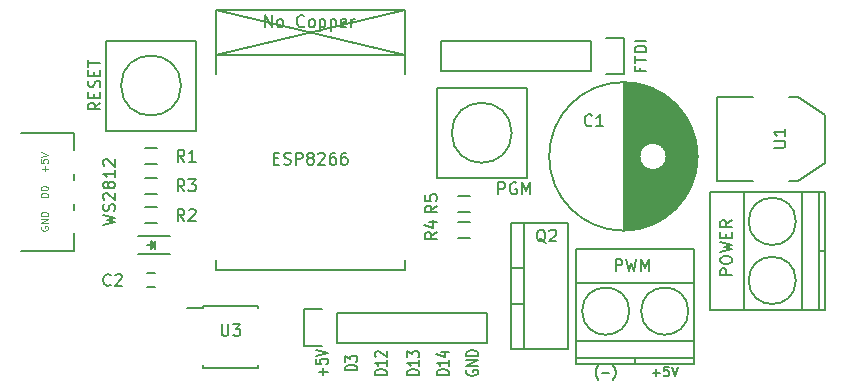
<source format=gto>
G04 #@! TF.FileFunction,Legend,Top*
%FSLAX46Y46*%
G04 Gerber Fmt 4.6, Leading zero omitted, Abs format (unit mm)*
G04 Created by KiCad (PCBNEW 4.0.2-stable) date Tuesday, November 01, 2016 'pmt' 12:33:55 pm*
%MOMM*%
G01*
G04 APERTURE LIST*
%ADD10C,0.100000*%
%ADD11C,0.150000*%
%ADD12C,0.152400*%
%ADD13C,0.120000*%
G04 APERTURE END LIST*
D10*
D11*
X88904762Y-47178571D02*
X89238096Y-47178571D01*
X89380953Y-47702381D02*
X88904762Y-47702381D01*
X88904762Y-46702381D01*
X89380953Y-46702381D01*
X89761905Y-47654762D02*
X89904762Y-47702381D01*
X90142858Y-47702381D01*
X90238096Y-47654762D01*
X90285715Y-47607143D01*
X90333334Y-47511905D01*
X90333334Y-47416667D01*
X90285715Y-47321429D01*
X90238096Y-47273810D01*
X90142858Y-47226190D01*
X89952381Y-47178571D01*
X89857143Y-47130952D01*
X89809524Y-47083333D01*
X89761905Y-46988095D01*
X89761905Y-46892857D01*
X89809524Y-46797619D01*
X89857143Y-46750000D01*
X89952381Y-46702381D01*
X90190477Y-46702381D01*
X90333334Y-46750000D01*
X90761905Y-47702381D02*
X90761905Y-46702381D01*
X91142858Y-46702381D01*
X91238096Y-46750000D01*
X91285715Y-46797619D01*
X91333334Y-46892857D01*
X91333334Y-47035714D01*
X91285715Y-47130952D01*
X91238096Y-47178571D01*
X91142858Y-47226190D01*
X90761905Y-47226190D01*
X91904762Y-47130952D02*
X91809524Y-47083333D01*
X91761905Y-47035714D01*
X91714286Y-46940476D01*
X91714286Y-46892857D01*
X91761905Y-46797619D01*
X91809524Y-46750000D01*
X91904762Y-46702381D01*
X92095239Y-46702381D01*
X92190477Y-46750000D01*
X92238096Y-46797619D01*
X92285715Y-46892857D01*
X92285715Y-46940476D01*
X92238096Y-47035714D01*
X92190477Y-47083333D01*
X92095239Y-47130952D01*
X91904762Y-47130952D01*
X91809524Y-47178571D01*
X91761905Y-47226190D01*
X91714286Y-47321429D01*
X91714286Y-47511905D01*
X91761905Y-47607143D01*
X91809524Y-47654762D01*
X91904762Y-47702381D01*
X92095239Y-47702381D01*
X92190477Y-47654762D01*
X92238096Y-47607143D01*
X92285715Y-47511905D01*
X92285715Y-47321429D01*
X92238096Y-47226190D01*
X92190477Y-47178571D01*
X92095239Y-47130952D01*
X92666667Y-46797619D02*
X92714286Y-46750000D01*
X92809524Y-46702381D01*
X93047620Y-46702381D01*
X93142858Y-46750000D01*
X93190477Y-46797619D01*
X93238096Y-46892857D01*
X93238096Y-46988095D01*
X93190477Y-47130952D01*
X92619048Y-47702381D01*
X93238096Y-47702381D01*
X94095239Y-46702381D02*
X93904762Y-46702381D01*
X93809524Y-46750000D01*
X93761905Y-46797619D01*
X93666667Y-46940476D01*
X93619048Y-47130952D01*
X93619048Y-47511905D01*
X93666667Y-47607143D01*
X93714286Y-47654762D01*
X93809524Y-47702381D01*
X94000001Y-47702381D01*
X94095239Y-47654762D01*
X94142858Y-47607143D01*
X94190477Y-47511905D01*
X94190477Y-47273810D01*
X94142858Y-47178571D01*
X94095239Y-47130952D01*
X94000001Y-47083333D01*
X93809524Y-47083333D01*
X93714286Y-47130952D01*
X93666667Y-47178571D01*
X93619048Y-47273810D01*
X95047620Y-46702381D02*
X94857143Y-46702381D01*
X94761905Y-46750000D01*
X94714286Y-46797619D01*
X94619048Y-46940476D01*
X94571429Y-47130952D01*
X94571429Y-47511905D01*
X94619048Y-47607143D01*
X94666667Y-47654762D01*
X94761905Y-47702381D01*
X94952382Y-47702381D01*
X95047620Y-47654762D01*
X95095239Y-47607143D01*
X95142858Y-47511905D01*
X95142858Y-47273810D01*
X95095239Y-47178571D01*
X95047620Y-47130952D01*
X94952382Y-47083333D01*
X94761905Y-47083333D01*
X94666667Y-47130952D01*
X94619048Y-47178571D01*
X94571429Y-47273810D01*
X116390477Y-65916667D02*
X116352381Y-65878571D01*
X116276191Y-65764286D01*
X116238096Y-65688095D01*
X116200000Y-65573810D01*
X116161905Y-65383333D01*
X116161905Y-65230952D01*
X116200000Y-65040476D01*
X116238096Y-64926190D01*
X116276191Y-64850000D01*
X116352381Y-64735714D01*
X116390477Y-64697619D01*
X116695238Y-65307143D02*
X117304762Y-65307143D01*
X117609524Y-65916667D02*
X117647619Y-65878571D01*
X117723809Y-65764286D01*
X117761905Y-65688095D01*
X117800000Y-65573810D01*
X117838095Y-65383333D01*
X117838095Y-65230952D01*
X117800000Y-65040476D01*
X117761905Y-64926190D01*
X117723809Y-64850000D01*
X117647619Y-64735714D01*
X117609524Y-64697619D01*
X120971429Y-65307143D02*
X121580953Y-65307143D01*
X121276191Y-65611905D02*
X121276191Y-65002381D01*
X122342858Y-64811905D02*
X121961905Y-64811905D01*
X121923810Y-65192857D01*
X121961905Y-65154762D01*
X122038096Y-65116667D01*
X122228572Y-65116667D01*
X122304762Y-65154762D01*
X122342858Y-65192857D01*
X122380953Y-65269048D01*
X122380953Y-65459524D01*
X122342858Y-65535714D01*
X122304762Y-65573810D01*
X122228572Y-65611905D01*
X122038096Y-65611905D01*
X121961905Y-65573810D01*
X121923810Y-65535714D01*
X122609524Y-64811905D02*
X122876191Y-65611905D01*
X123142858Y-64811905D01*
X105250000Y-65109523D02*
X105202381Y-65185714D01*
X105202381Y-65299999D01*
X105250000Y-65414285D01*
X105345238Y-65490476D01*
X105440476Y-65528571D01*
X105630952Y-65566666D01*
X105773810Y-65566666D01*
X105964286Y-65528571D01*
X106059524Y-65490476D01*
X106154762Y-65414285D01*
X106202381Y-65299999D01*
X106202381Y-65223809D01*
X106154762Y-65109523D01*
X106107143Y-65071428D01*
X105773810Y-65071428D01*
X105773810Y-65223809D01*
X106202381Y-64728571D02*
X105202381Y-64728571D01*
X106202381Y-64271428D01*
X105202381Y-64271428D01*
X106202381Y-63890476D02*
X105202381Y-63890476D01*
X105202381Y-63700000D01*
X105250000Y-63585714D01*
X105345238Y-63509523D01*
X105440476Y-63471428D01*
X105630952Y-63433333D01*
X105773810Y-63433333D01*
X105964286Y-63471428D01*
X106059524Y-63509523D01*
X106154762Y-63585714D01*
X106202381Y-63700000D01*
X106202381Y-63890476D01*
X103702381Y-65471429D02*
X102702381Y-65471429D01*
X102702381Y-65280953D01*
X102750000Y-65166667D01*
X102845238Y-65090476D01*
X102940476Y-65052381D01*
X103130952Y-65014286D01*
X103273810Y-65014286D01*
X103464286Y-65052381D01*
X103559524Y-65090476D01*
X103654762Y-65166667D01*
X103702381Y-65280953D01*
X103702381Y-65471429D01*
X103702381Y-64252381D02*
X103702381Y-64709524D01*
X103702381Y-64480953D02*
X102702381Y-64480953D01*
X102845238Y-64557143D01*
X102940476Y-64633334D01*
X102988095Y-64709524D01*
X103035714Y-63566667D02*
X103702381Y-63566667D01*
X102654762Y-63757143D02*
X103369048Y-63947619D01*
X103369048Y-63452381D01*
X101202381Y-65471429D02*
X100202381Y-65471429D01*
X100202381Y-65280953D01*
X100250000Y-65166667D01*
X100345238Y-65090476D01*
X100440476Y-65052381D01*
X100630952Y-65014286D01*
X100773810Y-65014286D01*
X100964286Y-65052381D01*
X101059524Y-65090476D01*
X101154762Y-65166667D01*
X101202381Y-65280953D01*
X101202381Y-65471429D01*
X101202381Y-64252381D02*
X101202381Y-64709524D01*
X101202381Y-64480953D02*
X100202381Y-64480953D01*
X100345238Y-64557143D01*
X100440476Y-64633334D01*
X100488095Y-64709524D01*
X100202381Y-63985714D02*
X100202381Y-63490476D01*
X100583333Y-63757143D01*
X100583333Y-63642857D01*
X100630952Y-63566667D01*
X100678571Y-63528571D01*
X100773810Y-63490476D01*
X101011905Y-63490476D01*
X101107143Y-63528571D01*
X101154762Y-63566667D01*
X101202381Y-63642857D01*
X101202381Y-63871429D01*
X101154762Y-63947619D01*
X101107143Y-63985714D01*
X98452381Y-65471429D02*
X97452381Y-65471429D01*
X97452381Y-65280953D01*
X97500000Y-65166667D01*
X97595238Y-65090476D01*
X97690476Y-65052381D01*
X97880952Y-65014286D01*
X98023810Y-65014286D01*
X98214286Y-65052381D01*
X98309524Y-65090476D01*
X98404762Y-65166667D01*
X98452381Y-65280953D01*
X98452381Y-65471429D01*
X98452381Y-64252381D02*
X98452381Y-64709524D01*
X98452381Y-64480953D02*
X97452381Y-64480953D01*
X97595238Y-64557143D01*
X97690476Y-64633334D01*
X97738095Y-64709524D01*
X97547619Y-63947619D02*
X97500000Y-63909524D01*
X97452381Y-63833333D01*
X97452381Y-63642857D01*
X97500000Y-63566667D01*
X97547619Y-63528571D01*
X97642857Y-63490476D01*
X97738095Y-63490476D01*
X97880952Y-63528571D01*
X98452381Y-63985714D01*
X98452381Y-63490476D01*
X95952381Y-65090476D02*
X94952381Y-65090476D01*
X94952381Y-64900000D01*
X95000000Y-64785714D01*
X95095238Y-64709523D01*
X95190476Y-64671428D01*
X95380952Y-64633333D01*
X95523810Y-64633333D01*
X95714286Y-64671428D01*
X95809524Y-64709523D01*
X95904762Y-64785714D01*
X95952381Y-64900000D01*
X95952381Y-65090476D01*
X94952381Y-64366666D02*
X94952381Y-63871428D01*
X95333333Y-64138095D01*
X95333333Y-64023809D01*
X95380952Y-63947619D01*
X95428571Y-63909523D01*
X95523810Y-63871428D01*
X95761905Y-63871428D01*
X95857143Y-63909523D01*
X95904762Y-63947619D01*
X95952381Y-64023809D01*
X95952381Y-64252381D01*
X95904762Y-64328571D01*
X95857143Y-64366666D01*
X93071429Y-65528571D02*
X93071429Y-64919047D01*
X93452381Y-65223809D02*
X92690476Y-65223809D01*
X92452381Y-64157142D02*
X92452381Y-64538095D01*
X92928571Y-64576190D01*
X92880952Y-64538095D01*
X92833333Y-64461904D01*
X92833333Y-64271428D01*
X92880952Y-64195238D01*
X92928571Y-64157142D01*
X93023810Y-64119047D01*
X93261905Y-64119047D01*
X93357143Y-64157142D01*
X93404762Y-64195238D01*
X93452381Y-64271428D01*
X93452381Y-64461904D01*
X93404762Y-64538095D01*
X93357143Y-64576190D01*
X92452381Y-63890476D02*
X93452381Y-63623809D01*
X92452381Y-63357142D01*
D12*
X84000000Y-34600000D02*
X100000000Y-34600000D01*
X100000000Y-34600000D02*
X100000000Y-40000000D01*
X84000000Y-34600000D02*
X84000000Y-40000000D01*
X84000000Y-55800000D02*
X84000000Y-56600000D01*
X84000000Y-56600000D02*
X100000000Y-56600000D01*
X100000000Y-56600000D02*
X100000000Y-55800000D01*
X100000000Y-34600000D02*
X84000000Y-38400000D01*
X84000000Y-34600000D02*
X100000000Y-38400000D01*
X83992000Y-38400000D02*
X99992000Y-38400000D01*
D11*
X118575000Y-40750000D02*
X118575000Y-53250000D01*
X118715000Y-40754000D02*
X118715000Y-53246000D01*
X118855000Y-40760000D02*
X118855000Y-53240000D01*
X118995000Y-40770000D02*
X118995000Y-53230000D01*
X119135000Y-40782000D02*
X119135000Y-53218000D01*
X119275000Y-40798000D02*
X119275000Y-53202000D01*
X119415000Y-40817000D02*
X119415000Y-53183000D01*
X119555000Y-40840000D02*
X119555000Y-53160000D01*
X119695000Y-40865000D02*
X119695000Y-53135000D01*
X119835000Y-40894000D02*
X119835000Y-53106000D01*
X119975000Y-40927000D02*
X119975000Y-46479000D01*
X119975000Y-47521000D02*
X119975000Y-53073000D01*
X120115000Y-40962000D02*
X120115000Y-46266000D01*
X120115000Y-47734000D02*
X120115000Y-53038000D01*
X120255000Y-41001000D02*
X120255000Y-46124000D01*
X120255000Y-47876000D02*
X120255000Y-52999000D01*
X120395000Y-41044000D02*
X120395000Y-46022000D01*
X120395000Y-47978000D02*
X120395000Y-52956000D01*
X120535000Y-41091000D02*
X120535000Y-45948000D01*
X120535000Y-48052000D02*
X120535000Y-52909000D01*
X120675000Y-41141000D02*
X120675000Y-45897000D01*
X120675000Y-48103000D02*
X120675000Y-52859000D01*
X120815000Y-41195000D02*
X120815000Y-45865000D01*
X120815000Y-48135000D02*
X120815000Y-52805000D01*
X120955000Y-41252000D02*
X120955000Y-45851000D01*
X120955000Y-48149000D02*
X120955000Y-52748000D01*
X121095000Y-41314000D02*
X121095000Y-45854000D01*
X121095000Y-48146000D02*
X121095000Y-52686000D01*
X121235000Y-41380000D02*
X121235000Y-45874000D01*
X121235000Y-48126000D02*
X121235000Y-52620000D01*
X121375000Y-41451000D02*
X121375000Y-45913000D01*
X121375000Y-48087000D02*
X121375000Y-52549000D01*
X121515000Y-41525000D02*
X121515000Y-45972000D01*
X121515000Y-48028000D02*
X121515000Y-52475000D01*
X121655000Y-41605000D02*
X121655000Y-46055000D01*
X121655000Y-47945000D02*
X121655000Y-52395000D01*
X121795000Y-41689000D02*
X121795000Y-46169000D01*
X121795000Y-47831000D02*
X121795000Y-52311000D01*
X121935000Y-41779000D02*
X121935000Y-46330000D01*
X121935000Y-47670000D02*
X121935000Y-52221000D01*
X122075000Y-41873000D02*
X122075000Y-46591000D01*
X122075000Y-47409000D02*
X122075000Y-52127000D01*
X122215000Y-41974000D02*
X122215000Y-52026000D01*
X122355000Y-42081000D02*
X122355000Y-51919000D01*
X122495000Y-42193000D02*
X122495000Y-51807000D01*
X122635000Y-42313000D02*
X122635000Y-51687000D01*
X122775000Y-42441000D02*
X122775000Y-51559000D01*
X122915000Y-42576000D02*
X122915000Y-51424000D01*
X123055000Y-42720000D02*
X123055000Y-51280000D01*
X123195000Y-42875000D02*
X123195000Y-51125000D01*
X123335000Y-43040000D02*
X123335000Y-50960000D01*
X123475000Y-43217000D02*
X123475000Y-50783000D01*
X123615000Y-43408000D02*
X123615000Y-50592000D01*
X123755000Y-43617000D02*
X123755000Y-50383000D01*
X123895000Y-43845000D02*
X123895000Y-50155000D01*
X124035000Y-44097000D02*
X124035000Y-49903000D01*
X124175000Y-44381000D02*
X124175000Y-49619000D01*
X124315000Y-44709000D02*
X124315000Y-49291000D01*
X124455000Y-45103000D02*
X124455000Y-48897000D01*
X124595000Y-45617000D02*
X124595000Y-48383000D01*
X124735000Y-46567000D02*
X124735000Y-47433000D01*
X122150000Y-47000000D02*
G75*
G03X122150000Y-47000000I-1150000J0D01*
G01*
X124787500Y-47000000D02*
G75*
G03X124787500Y-47000000I-6287500J0D01*
G01*
X78150000Y-56900000D02*
X78850000Y-56900000D01*
X78850000Y-58100000D02*
X78150000Y-58100000D01*
X80100000Y-53750000D02*
X77400000Y-53750000D01*
X80100000Y-55250000D02*
X77400000Y-55250000D01*
X78600000Y-54350000D02*
X78600000Y-54600000D01*
X78600000Y-54600000D02*
X78750000Y-54450000D01*
X78850000Y-54850000D02*
X78850000Y-54150000D01*
X78500000Y-54500000D02*
X78150000Y-54500000D01*
X78850000Y-54500000D02*
X78500000Y-54850000D01*
X78500000Y-54850000D02*
X78500000Y-54150000D01*
X78500000Y-54150000D02*
X78850000Y-54500000D01*
X135100000Y-55000000D02*
X135600000Y-55000000D01*
X133100000Y-52500000D02*
G75*
G03X133100000Y-52500000I-2000000J0D01*
G01*
X133100000Y-57500000D02*
G75*
G03X133100000Y-57500000I-2000000J0D01*
G01*
X133600000Y-60000000D02*
X133600000Y-50000000D01*
X128700000Y-60000000D02*
X128700000Y-50000000D01*
X135100000Y-60000000D02*
X135100000Y-50000000D01*
X135600000Y-60000000D02*
X135600000Y-50000000D01*
X135600000Y-50000000D02*
X125800000Y-50000000D01*
X125800000Y-50000000D02*
X125800000Y-60000000D01*
X125800000Y-60000000D02*
X135600000Y-60000000D01*
X72000000Y-45000000D02*
X72000000Y-46500000D01*
X72000000Y-45000000D02*
X67500000Y-45000000D01*
X72000000Y-46500000D02*
X72000000Y-45000000D01*
X72000000Y-55000000D02*
X67500000Y-55000000D01*
X69000000Y-55000000D02*
X72000000Y-55000000D01*
X72000000Y-55000000D02*
X72000000Y-53500000D01*
X72000000Y-51000000D02*
X72000000Y-51500000D01*
X72000000Y-49000000D02*
X72000000Y-48500000D01*
X115730000Y-39770000D02*
X103030000Y-39770000D01*
X103030000Y-39770000D02*
X103030000Y-37230000D01*
X103030000Y-37230000D02*
X115730000Y-37230000D01*
X118550000Y-40050000D02*
X117000000Y-40050000D01*
X115730000Y-39770000D02*
X115730000Y-37230000D01*
X117000000Y-36950000D02*
X118550000Y-36950000D01*
X118550000Y-36950000D02*
X118550000Y-40050000D01*
X94270000Y-60230000D02*
X106970000Y-60230000D01*
X106970000Y-60230000D02*
X106970000Y-62770000D01*
X106970000Y-62770000D02*
X94270000Y-62770000D01*
X91450000Y-59950000D02*
X93000000Y-59950000D01*
X94270000Y-60230000D02*
X94270000Y-62770000D01*
X93000000Y-63050000D02*
X91450000Y-63050000D01*
X91450000Y-63050000D02*
X91450000Y-59950000D01*
X119500000Y-64100000D02*
X119500000Y-64600000D01*
X124000000Y-60100000D02*
G75*
G03X124000000Y-60100000I-2000000J0D01*
G01*
X119000000Y-60100000D02*
G75*
G03X119000000Y-60100000I-2000000J0D01*
G01*
X114500000Y-62600000D02*
X124500000Y-62600000D01*
X114500000Y-57700000D02*
X124500000Y-57700000D01*
X114500000Y-64100000D02*
X124500000Y-64100000D01*
X114500000Y-64600000D02*
X124500000Y-64600000D01*
X124500000Y-64600000D02*
X124500000Y-54800000D01*
X124500000Y-54800000D02*
X114500000Y-54800000D01*
X114500000Y-54800000D02*
X114500000Y-64600000D01*
X108952000Y-59524000D02*
X110095000Y-59524000D01*
X108952000Y-56476000D02*
X110095000Y-56476000D01*
X110095000Y-52666000D02*
X113778000Y-52666000D01*
X113778000Y-52666000D02*
X113778000Y-63334000D01*
X113778000Y-63334000D02*
X110095000Y-63334000D01*
X108952000Y-52666000D02*
X110095000Y-52666000D01*
X110095000Y-52666000D02*
X110095000Y-63334000D01*
X110095000Y-63334000D02*
X108952000Y-63334000D01*
X108952000Y-58000000D02*
X108952000Y-63334000D01*
X108952000Y-58000000D02*
X108952000Y-52666000D01*
X78000000Y-46325000D02*
X79000000Y-46325000D01*
X79000000Y-47675000D02*
X78000000Y-47675000D01*
X78000000Y-48825000D02*
X79000000Y-48825000D01*
X79000000Y-50175000D02*
X78000000Y-50175000D01*
X79000000Y-52675000D02*
X78000000Y-52675000D01*
X78000000Y-51325000D02*
X79000000Y-51325000D01*
X104500000Y-52575000D02*
X105500000Y-52575000D01*
X105500000Y-53925000D02*
X104500000Y-53925000D01*
X104500000Y-50325000D02*
X105500000Y-50325000D01*
X105500000Y-51675000D02*
X104500000Y-51675000D01*
X81040000Y-41000000D02*
G75*
G03X81040000Y-41000000I-2540000J0D01*
G01*
X82310000Y-37190000D02*
X82310000Y-44810000D01*
X82310000Y-44810000D02*
X74690000Y-44810000D01*
X74690000Y-44810000D02*
X74690000Y-37190000D01*
X82310000Y-37190000D02*
X74690000Y-37190000D01*
X109040000Y-45000000D02*
G75*
G03X109040000Y-45000000I-2540000J0D01*
G01*
X102690000Y-41190000D02*
X110310000Y-41190000D01*
X110310000Y-41190000D02*
X110310000Y-48810000D01*
X110310000Y-48810000D02*
X102690000Y-48810000D01*
X102690000Y-41190000D02*
X102690000Y-48810000D01*
X129476000Y-41944000D02*
X126428000Y-41944000D01*
X126428000Y-41944000D02*
X126428000Y-49056000D01*
X126428000Y-49056000D02*
X129476000Y-49056000D01*
X132524000Y-41944000D02*
X133286000Y-41944000D01*
X133286000Y-41944000D02*
X135572000Y-43468000D01*
X135572000Y-43468000D02*
X135572000Y-47532000D01*
X135572000Y-47532000D02*
X133286000Y-49056000D01*
X133286000Y-49056000D02*
X132524000Y-49056000D01*
X82925000Y-59625000D02*
X82925000Y-59850000D01*
X87575000Y-59625000D02*
X87575000Y-59850000D01*
X87575000Y-64875000D02*
X87575000Y-64650000D01*
X82925000Y-64875000D02*
X82925000Y-64650000D01*
X82925000Y-59625000D02*
X87575000Y-59625000D01*
X82925000Y-64875000D02*
X87575000Y-64875000D01*
X82925000Y-59850000D02*
X81575000Y-59850000D01*
X88177714Y-36052381D02*
X88177714Y-35052381D01*
X88749143Y-36052381D01*
X88749143Y-35052381D01*
X89368190Y-36052381D02*
X89272952Y-36004762D01*
X89225333Y-35957143D01*
X89177714Y-35861905D01*
X89177714Y-35576190D01*
X89225333Y-35480952D01*
X89272952Y-35433333D01*
X89368190Y-35385714D01*
X89511048Y-35385714D01*
X89606286Y-35433333D01*
X89653905Y-35480952D01*
X89701524Y-35576190D01*
X89701524Y-35861905D01*
X89653905Y-35957143D01*
X89606286Y-36004762D01*
X89511048Y-36052381D01*
X89368190Y-36052381D01*
X91463429Y-35957143D02*
X91415810Y-36004762D01*
X91272953Y-36052381D01*
X91177715Y-36052381D01*
X91034857Y-36004762D01*
X90939619Y-35909524D01*
X90892000Y-35814286D01*
X90844381Y-35623810D01*
X90844381Y-35480952D01*
X90892000Y-35290476D01*
X90939619Y-35195238D01*
X91034857Y-35100000D01*
X91177715Y-35052381D01*
X91272953Y-35052381D01*
X91415810Y-35100000D01*
X91463429Y-35147619D01*
X92034857Y-36052381D02*
X91939619Y-36004762D01*
X91892000Y-35957143D01*
X91844381Y-35861905D01*
X91844381Y-35576190D01*
X91892000Y-35480952D01*
X91939619Y-35433333D01*
X92034857Y-35385714D01*
X92177715Y-35385714D01*
X92272953Y-35433333D01*
X92320572Y-35480952D01*
X92368191Y-35576190D01*
X92368191Y-35861905D01*
X92320572Y-35957143D01*
X92272953Y-36004762D01*
X92177715Y-36052381D01*
X92034857Y-36052381D01*
X92796762Y-35385714D02*
X92796762Y-36385714D01*
X92796762Y-35433333D02*
X92892000Y-35385714D01*
X93082477Y-35385714D01*
X93177715Y-35433333D01*
X93225334Y-35480952D01*
X93272953Y-35576190D01*
X93272953Y-35861905D01*
X93225334Y-35957143D01*
X93177715Y-36004762D01*
X93082477Y-36052381D01*
X92892000Y-36052381D01*
X92796762Y-36004762D01*
X93701524Y-35385714D02*
X93701524Y-36385714D01*
X93701524Y-35433333D02*
X93796762Y-35385714D01*
X93987239Y-35385714D01*
X94082477Y-35433333D01*
X94130096Y-35480952D01*
X94177715Y-35576190D01*
X94177715Y-35861905D01*
X94130096Y-35957143D01*
X94082477Y-36004762D01*
X93987239Y-36052381D01*
X93796762Y-36052381D01*
X93701524Y-36004762D01*
X94987239Y-36004762D02*
X94892001Y-36052381D01*
X94701524Y-36052381D01*
X94606286Y-36004762D01*
X94558667Y-35909524D01*
X94558667Y-35528571D01*
X94606286Y-35433333D01*
X94701524Y-35385714D01*
X94892001Y-35385714D01*
X94987239Y-35433333D01*
X95034858Y-35528571D01*
X95034858Y-35623810D01*
X94558667Y-35719048D01*
X95463429Y-36052381D02*
X95463429Y-35385714D01*
X95463429Y-35576190D02*
X95511048Y-35480952D01*
X95558667Y-35433333D01*
X95653905Y-35385714D01*
X95749144Y-35385714D01*
X115833334Y-44357143D02*
X115785715Y-44404762D01*
X115642858Y-44452381D01*
X115547620Y-44452381D01*
X115404762Y-44404762D01*
X115309524Y-44309524D01*
X115261905Y-44214286D01*
X115214286Y-44023810D01*
X115214286Y-43880952D01*
X115261905Y-43690476D01*
X115309524Y-43595238D01*
X115404762Y-43500000D01*
X115547620Y-43452381D01*
X115642858Y-43452381D01*
X115785715Y-43500000D01*
X115833334Y-43547619D01*
X116785715Y-44452381D02*
X116214286Y-44452381D01*
X116500000Y-44452381D02*
X116500000Y-43452381D01*
X116404762Y-43595238D01*
X116309524Y-43690476D01*
X116214286Y-43738095D01*
X75083334Y-57857143D02*
X75035715Y-57904762D01*
X74892858Y-57952381D01*
X74797620Y-57952381D01*
X74654762Y-57904762D01*
X74559524Y-57809524D01*
X74511905Y-57714286D01*
X74464286Y-57523810D01*
X74464286Y-57380952D01*
X74511905Y-57190476D01*
X74559524Y-57095238D01*
X74654762Y-57000000D01*
X74797620Y-56952381D01*
X74892858Y-56952381D01*
X75035715Y-57000000D01*
X75083334Y-57047619D01*
X75464286Y-57047619D02*
X75511905Y-57000000D01*
X75607143Y-56952381D01*
X75845239Y-56952381D01*
X75940477Y-57000000D01*
X75988096Y-57047619D01*
X76035715Y-57142857D01*
X76035715Y-57238095D01*
X75988096Y-57380952D01*
X75416667Y-57952381D01*
X76035715Y-57952381D01*
X127702381Y-57059524D02*
X126702381Y-57059524D01*
X126702381Y-56678571D01*
X126750000Y-56583333D01*
X126797619Y-56535714D01*
X126892857Y-56488095D01*
X127035714Y-56488095D01*
X127130952Y-56535714D01*
X127178571Y-56583333D01*
X127226190Y-56678571D01*
X127226190Y-57059524D01*
X126702381Y-55869048D02*
X126702381Y-55678571D01*
X126750000Y-55583333D01*
X126845238Y-55488095D01*
X127035714Y-55440476D01*
X127369048Y-55440476D01*
X127559524Y-55488095D01*
X127654762Y-55583333D01*
X127702381Y-55678571D01*
X127702381Y-55869048D01*
X127654762Y-55964286D01*
X127559524Y-56059524D01*
X127369048Y-56107143D01*
X127035714Y-56107143D01*
X126845238Y-56059524D01*
X126750000Y-55964286D01*
X126702381Y-55869048D01*
X126702381Y-55107143D02*
X127702381Y-54869048D01*
X126988095Y-54678571D01*
X127702381Y-54488095D01*
X126702381Y-54250000D01*
X127178571Y-53869048D02*
X127178571Y-53535714D01*
X127702381Y-53392857D02*
X127702381Y-53869048D01*
X126702381Y-53869048D01*
X126702381Y-53392857D01*
X127702381Y-52392857D02*
X127226190Y-52726191D01*
X127702381Y-52964286D02*
X126702381Y-52964286D01*
X126702381Y-52583333D01*
X126750000Y-52488095D01*
X126797619Y-52440476D01*
X126892857Y-52392857D01*
X127035714Y-52392857D01*
X127130952Y-52440476D01*
X127178571Y-52488095D01*
X127226190Y-52583333D01*
X127226190Y-52964286D01*
X74452381Y-52809524D02*
X75452381Y-52571429D01*
X74738095Y-52380952D01*
X75452381Y-52190476D01*
X74452381Y-51952381D01*
X75404762Y-51619048D02*
X75452381Y-51476191D01*
X75452381Y-51238095D01*
X75404762Y-51142857D01*
X75357143Y-51095238D01*
X75261905Y-51047619D01*
X75166667Y-51047619D01*
X75071429Y-51095238D01*
X75023810Y-51142857D01*
X74976190Y-51238095D01*
X74928571Y-51428572D01*
X74880952Y-51523810D01*
X74833333Y-51571429D01*
X74738095Y-51619048D01*
X74642857Y-51619048D01*
X74547619Y-51571429D01*
X74500000Y-51523810D01*
X74452381Y-51428572D01*
X74452381Y-51190476D01*
X74500000Y-51047619D01*
X74547619Y-50666667D02*
X74500000Y-50619048D01*
X74452381Y-50523810D01*
X74452381Y-50285714D01*
X74500000Y-50190476D01*
X74547619Y-50142857D01*
X74642857Y-50095238D01*
X74738095Y-50095238D01*
X74880952Y-50142857D01*
X75452381Y-50714286D01*
X75452381Y-50095238D01*
X74880952Y-49523810D02*
X74833333Y-49619048D01*
X74785714Y-49666667D01*
X74690476Y-49714286D01*
X74642857Y-49714286D01*
X74547619Y-49666667D01*
X74500000Y-49619048D01*
X74452381Y-49523810D01*
X74452381Y-49333333D01*
X74500000Y-49238095D01*
X74547619Y-49190476D01*
X74642857Y-49142857D01*
X74690476Y-49142857D01*
X74785714Y-49190476D01*
X74833333Y-49238095D01*
X74880952Y-49333333D01*
X74880952Y-49523810D01*
X74928571Y-49619048D01*
X74976190Y-49666667D01*
X75071429Y-49714286D01*
X75261905Y-49714286D01*
X75357143Y-49666667D01*
X75404762Y-49619048D01*
X75452381Y-49523810D01*
X75452381Y-49333333D01*
X75404762Y-49238095D01*
X75357143Y-49190476D01*
X75261905Y-49142857D01*
X75071429Y-49142857D01*
X74976190Y-49190476D01*
X74928571Y-49238095D01*
X74880952Y-49333333D01*
X75452381Y-48190476D02*
X75452381Y-48761905D01*
X75452381Y-48476191D02*
X74452381Y-48476191D01*
X74595238Y-48571429D01*
X74690476Y-48666667D01*
X74738095Y-48761905D01*
X74547619Y-47809524D02*
X74500000Y-47761905D01*
X74452381Y-47666667D01*
X74452381Y-47428571D01*
X74500000Y-47333333D01*
X74547619Y-47285714D01*
X74642857Y-47238095D01*
X74738095Y-47238095D01*
X74880952Y-47285714D01*
X75452381Y-47857143D01*
X75452381Y-47238095D01*
D13*
X69200000Y-52957142D02*
X69171429Y-53014285D01*
X69171429Y-53099999D01*
X69200000Y-53185714D01*
X69257143Y-53242856D01*
X69314286Y-53271428D01*
X69428571Y-53299999D01*
X69514286Y-53299999D01*
X69628571Y-53271428D01*
X69685714Y-53242856D01*
X69742857Y-53185714D01*
X69771429Y-53099999D01*
X69771429Y-53042856D01*
X69742857Y-52957142D01*
X69714286Y-52928571D01*
X69514286Y-52928571D01*
X69514286Y-53042856D01*
X69771429Y-52671428D02*
X69171429Y-52671428D01*
X69771429Y-52328571D01*
X69171429Y-52328571D01*
X69771429Y-52042857D02*
X69171429Y-52042857D01*
X69171429Y-51900000D01*
X69200000Y-51814285D01*
X69257143Y-51757143D01*
X69314286Y-51728571D01*
X69428571Y-51700000D01*
X69514286Y-51700000D01*
X69628571Y-51728571D01*
X69685714Y-51757143D01*
X69742857Y-51814285D01*
X69771429Y-51900000D01*
X69771429Y-52042857D01*
X69771429Y-50442857D02*
X69171429Y-50442857D01*
X69171429Y-50300000D01*
X69200000Y-50214285D01*
X69257143Y-50157143D01*
X69314286Y-50128571D01*
X69428571Y-50100000D01*
X69514286Y-50100000D01*
X69628571Y-50128571D01*
X69685714Y-50157143D01*
X69742857Y-50214285D01*
X69771429Y-50300000D01*
X69771429Y-50442857D01*
X69171429Y-49728571D02*
X69171429Y-49671428D01*
X69200000Y-49614285D01*
X69228571Y-49585714D01*
X69285714Y-49557143D01*
X69400000Y-49528571D01*
X69542857Y-49528571D01*
X69657143Y-49557143D01*
X69714286Y-49585714D01*
X69742857Y-49614285D01*
X69771429Y-49671428D01*
X69771429Y-49728571D01*
X69742857Y-49785714D01*
X69714286Y-49814285D01*
X69657143Y-49842857D01*
X69542857Y-49871428D01*
X69400000Y-49871428D01*
X69285714Y-49842857D01*
X69228571Y-49814285D01*
X69200000Y-49785714D01*
X69171429Y-49728571D01*
X69542857Y-48271429D02*
X69542857Y-47814286D01*
X69771429Y-48042857D02*
X69314286Y-48042857D01*
X69171429Y-47242858D02*
X69171429Y-47528572D01*
X69457143Y-47557143D01*
X69428571Y-47528572D01*
X69400000Y-47471429D01*
X69400000Y-47328572D01*
X69428571Y-47271429D01*
X69457143Y-47242858D01*
X69514286Y-47214286D01*
X69657143Y-47214286D01*
X69714286Y-47242858D01*
X69742857Y-47271429D01*
X69771429Y-47328572D01*
X69771429Y-47471429D01*
X69742857Y-47528572D01*
X69714286Y-47557143D01*
X69171429Y-47042857D02*
X69771429Y-46842857D01*
X69171429Y-46642857D01*
D11*
X119928571Y-39476190D02*
X119928571Y-39809524D01*
X120452381Y-39809524D02*
X119452381Y-39809524D01*
X119452381Y-39333333D01*
X119452381Y-39095238D02*
X119452381Y-38523809D01*
X120452381Y-38809524D02*
X119452381Y-38809524D01*
X120452381Y-38190476D02*
X119452381Y-38190476D01*
X119452381Y-37952381D01*
X119500000Y-37809523D01*
X119595238Y-37714285D01*
X119690476Y-37666666D01*
X119880952Y-37619047D01*
X120023810Y-37619047D01*
X120214286Y-37666666D01*
X120309524Y-37714285D01*
X120404762Y-37809523D01*
X120452381Y-37952381D01*
X120452381Y-38190476D01*
X120452381Y-37190476D02*
X119452381Y-37190476D01*
X117845238Y-56702381D02*
X117845238Y-55702381D01*
X118226191Y-55702381D01*
X118321429Y-55750000D01*
X118369048Y-55797619D01*
X118416667Y-55892857D01*
X118416667Y-56035714D01*
X118369048Y-56130952D01*
X118321429Y-56178571D01*
X118226191Y-56226190D01*
X117845238Y-56226190D01*
X118750000Y-55702381D02*
X118988095Y-56702381D01*
X119178572Y-55988095D01*
X119369048Y-56702381D01*
X119607143Y-55702381D01*
X119988095Y-56702381D02*
X119988095Y-55702381D01*
X120321429Y-56416667D01*
X120654762Y-55702381D01*
X120654762Y-56702381D01*
X111904762Y-54297619D02*
X111809524Y-54250000D01*
X111714286Y-54154762D01*
X111571429Y-54011905D01*
X111476190Y-53964286D01*
X111380952Y-53964286D01*
X111428571Y-54202381D02*
X111333333Y-54154762D01*
X111238095Y-54059524D01*
X111190476Y-53869048D01*
X111190476Y-53535714D01*
X111238095Y-53345238D01*
X111333333Y-53250000D01*
X111428571Y-53202381D01*
X111619048Y-53202381D01*
X111714286Y-53250000D01*
X111809524Y-53345238D01*
X111857143Y-53535714D01*
X111857143Y-53869048D01*
X111809524Y-54059524D01*
X111714286Y-54154762D01*
X111619048Y-54202381D01*
X111428571Y-54202381D01*
X112238095Y-53297619D02*
X112285714Y-53250000D01*
X112380952Y-53202381D01*
X112619048Y-53202381D01*
X112714286Y-53250000D01*
X112761905Y-53297619D01*
X112809524Y-53392857D01*
X112809524Y-53488095D01*
X112761905Y-53630952D01*
X112190476Y-54202381D01*
X112809524Y-54202381D01*
X81333334Y-47452381D02*
X81000000Y-46976190D01*
X80761905Y-47452381D02*
X80761905Y-46452381D01*
X81142858Y-46452381D01*
X81238096Y-46500000D01*
X81285715Y-46547619D01*
X81333334Y-46642857D01*
X81333334Y-46785714D01*
X81285715Y-46880952D01*
X81238096Y-46928571D01*
X81142858Y-46976190D01*
X80761905Y-46976190D01*
X82285715Y-47452381D02*
X81714286Y-47452381D01*
X82000000Y-47452381D02*
X82000000Y-46452381D01*
X81904762Y-46595238D01*
X81809524Y-46690476D01*
X81714286Y-46738095D01*
X81333334Y-49952381D02*
X81000000Y-49476190D01*
X80761905Y-49952381D02*
X80761905Y-48952381D01*
X81142858Y-48952381D01*
X81238096Y-49000000D01*
X81285715Y-49047619D01*
X81333334Y-49142857D01*
X81333334Y-49285714D01*
X81285715Y-49380952D01*
X81238096Y-49428571D01*
X81142858Y-49476190D01*
X80761905Y-49476190D01*
X81666667Y-48952381D02*
X82285715Y-48952381D01*
X81952381Y-49333333D01*
X82095239Y-49333333D01*
X82190477Y-49380952D01*
X82238096Y-49428571D01*
X82285715Y-49523810D01*
X82285715Y-49761905D01*
X82238096Y-49857143D01*
X82190477Y-49904762D01*
X82095239Y-49952381D01*
X81809524Y-49952381D01*
X81714286Y-49904762D01*
X81666667Y-49857143D01*
X81333334Y-52452381D02*
X81000000Y-51976190D01*
X80761905Y-52452381D02*
X80761905Y-51452381D01*
X81142858Y-51452381D01*
X81238096Y-51500000D01*
X81285715Y-51547619D01*
X81333334Y-51642857D01*
X81333334Y-51785714D01*
X81285715Y-51880952D01*
X81238096Y-51928571D01*
X81142858Y-51976190D01*
X80761905Y-51976190D01*
X81714286Y-51547619D02*
X81761905Y-51500000D01*
X81857143Y-51452381D01*
X82095239Y-51452381D01*
X82190477Y-51500000D01*
X82238096Y-51547619D01*
X82285715Y-51642857D01*
X82285715Y-51738095D01*
X82238096Y-51880952D01*
X81666667Y-52452381D01*
X82285715Y-52452381D01*
X102702381Y-53416666D02*
X102226190Y-53750000D01*
X102702381Y-53988095D02*
X101702381Y-53988095D01*
X101702381Y-53607142D01*
X101750000Y-53511904D01*
X101797619Y-53464285D01*
X101892857Y-53416666D01*
X102035714Y-53416666D01*
X102130952Y-53464285D01*
X102178571Y-53511904D01*
X102226190Y-53607142D01*
X102226190Y-53988095D01*
X102035714Y-52559523D02*
X102702381Y-52559523D01*
X101654762Y-52797619D02*
X102369048Y-53035714D01*
X102369048Y-52416666D01*
X102702381Y-51166666D02*
X102226190Y-51500000D01*
X102702381Y-51738095D02*
X101702381Y-51738095D01*
X101702381Y-51357142D01*
X101750000Y-51261904D01*
X101797619Y-51214285D01*
X101892857Y-51166666D01*
X102035714Y-51166666D01*
X102130952Y-51214285D01*
X102178571Y-51261904D01*
X102226190Y-51357142D01*
X102226190Y-51738095D01*
X101702381Y-50261904D02*
X101702381Y-50738095D01*
X102178571Y-50785714D01*
X102130952Y-50738095D01*
X102083333Y-50642857D01*
X102083333Y-50404761D01*
X102130952Y-50309523D01*
X102178571Y-50261904D01*
X102273810Y-50214285D01*
X102511905Y-50214285D01*
X102607143Y-50261904D01*
X102654762Y-50309523D01*
X102702381Y-50404761D01*
X102702381Y-50642857D01*
X102654762Y-50738095D01*
X102607143Y-50785714D01*
X74202381Y-42452381D02*
X73726190Y-42785715D01*
X74202381Y-43023810D02*
X73202381Y-43023810D01*
X73202381Y-42642857D01*
X73250000Y-42547619D01*
X73297619Y-42500000D01*
X73392857Y-42452381D01*
X73535714Y-42452381D01*
X73630952Y-42500000D01*
X73678571Y-42547619D01*
X73726190Y-42642857D01*
X73726190Y-43023810D01*
X73678571Y-42023810D02*
X73678571Y-41690476D01*
X74202381Y-41547619D02*
X74202381Y-42023810D01*
X73202381Y-42023810D01*
X73202381Y-41547619D01*
X74154762Y-41166667D02*
X74202381Y-41023810D01*
X74202381Y-40785714D01*
X74154762Y-40690476D01*
X74107143Y-40642857D01*
X74011905Y-40595238D01*
X73916667Y-40595238D01*
X73821429Y-40642857D01*
X73773810Y-40690476D01*
X73726190Y-40785714D01*
X73678571Y-40976191D01*
X73630952Y-41071429D01*
X73583333Y-41119048D01*
X73488095Y-41166667D01*
X73392857Y-41166667D01*
X73297619Y-41119048D01*
X73250000Y-41071429D01*
X73202381Y-40976191D01*
X73202381Y-40738095D01*
X73250000Y-40595238D01*
X73678571Y-40166667D02*
X73678571Y-39833333D01*
X74202381Y-39690476D02*
X74202381Y-40166667D01*
X73202381Y-40166667D01*
X73202381Y-39690476D01*
X73202381Y-39404762D02*
X73202381Y-38833333D01*
X74202381Y-39119048D02*
X73202381Y-39119048D01*
X107916667Y-50202381D02*
X107916667Y-49202381D01*
X108297620Y-49202381D01*
X108392858Y-49250000D01*
X108440477Y-49297619D01*
X108488096Y-49392857D01*
X108488096Y-49535714D01*
X108440477Y-49630952D01*
X108392858Y-49678571D01*
X108297620Y-49726190D01*
X107916667Y-49726190D01*
X109440477Y-49250000D02*
X109345239Y-49202381D01*
X109202382Y-49202381D01*
X109059524Y-49250000D01*
X108964286Y-49345238D01*
X108916667Y-49440476D01*
X108869048Y-49630952D01*
X108869048Y-49773810D01*
X108916667Y-49964286D01*
X108964286Y-50059524D01*
X109059524Y-50154762D01*
X109202382Y-50202381D01*
X109297620Y-50202381D01*
X109440477Y-50154762D01*
X109488096Y-50107143D01*
X109488096Y-49773810D01*
X109297620Y-49773810D01*
X109916667Y-50202381D02*
X109916667Y-49202381D01*
X110250001Y-49916667D01*
X110583334Y-49202381D01*
X110583334Y-50202381D01*
X131214381Y-46261905D02*
X132023905Y-46261905D01*
X132119143Y-46214286D01*
X132166762Y-46166667D01*
X132214381Y-46071429D01*
X132214381Y-45880952D01*
X132166762Y-45785714D01*
X132119143Y-45738095D01*
X132023905Y-45690476D01*
X131214381Y-45690476D01*
X132214381Y-44690476D02*
X132214381Y-45261905D01*
X132214381Y-44976191D02*
X131214381Y-44976191D01*
X131357238Y-45071429D01*
X131452476Y-45166667D01*
X131500095Y-45261905D01*
X84488095Y-61202381D02*
X84488095Y-62011905D01*
X84535714Y-62107143D01*
X84583333Y-62154762D01*
X84678571Y-62202381D01*
X84869048Y-62202381D01*
X84964286Y-62154762D01*
X85011905Y-62107143D01*
X85059524Y-62011905D01*
X85059524Y-61202381D01*
X85440476Y-61202381D02*
X86059524Y-61202381D01*
X85726190Y-61583333D01*
X85869048Y-61583333D01*
X85964286Y-61630952D01*
X86011905Y-61678571D01*
X86059524Y-61773810D01*
X86059524Y-62011905D01*
X86011905Y-62107143D01*
X85964286Y-62154762D01*
X85869048Y-62202381D01*
X85583333Y-62202381D01*
X85488095Y-62154762D01*
X85440476Y-62107143D01*
M02*

</source>
